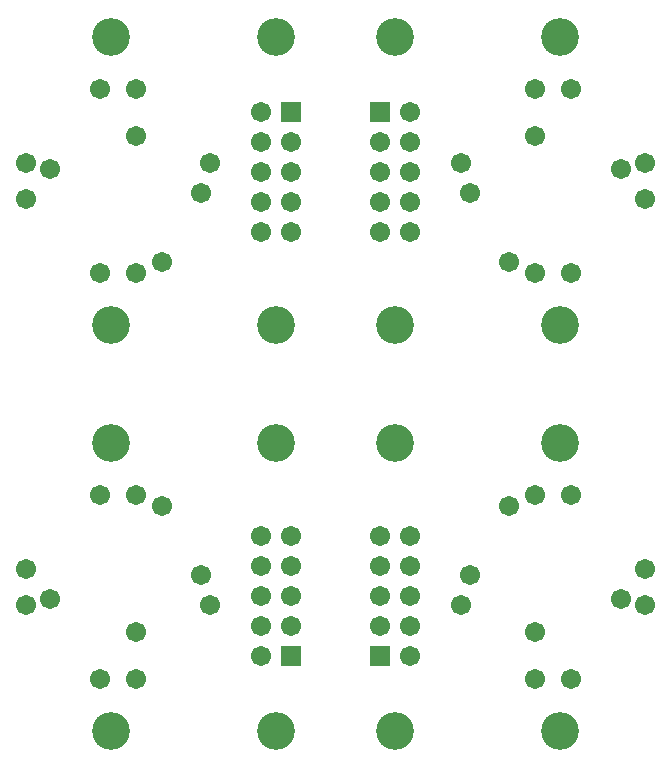
<source format=gts>
G04*
G04 #@! TF.GenerationSoftware,Altium Limited,Altium Designer,18.1.11 (251)*
G04*
G04 Layer_Color=8388736*
%FSLAX25Y25*%
%MOIN*%
G70*
G01*
G75*
%ADD14C,0.04737*%
%ADD15C,0.12611*%
%ADD16C,0.06706*%
%ADD17R,0.06706X0.06706*%
D14*
X137806Y287850D02*
D03*
X270877Y287845D02*
D03*
X137800Y122650D02*
D03*
X270871Y122645D02*
D03*
X137806Y287850D02*
D03*
X270877Y287845D02*
D03*
X137800Y122650D02*
D03*
X270871Y122645D02*
D03*
D15*
X184654Y224933D02*
D03*
X129536Y224935D02*
D03*
X184658Y320842D02*
D03*
X129540Y320844D02*
D03*
X224028Y320840D02*
D03*
X224024Y224932D02*
D03*
X279142Y224930D02*
D03*
X279146Y320838D02*
D03*
X279141Y185559D02*
D03*
X129534Y185565D02*
D03*
X184649Y89654D02*
D03*
X279137Y89651D02*
D03*
X224019Y89653D02*
D03*
X129531Y89656D02*
D03*
X184653Y185563D02*
D03*
X224023Y185562D02*
D03*
X184654Y224933D02*
D03*
X129536Y224935D02*
D03*
X184658Y320842D02*
D03*
X129540Y320844D02*
D03*
X279146Y320838D02*
D03*
X279142Y224930D02*
D03*
X224024Y224932D02*
D03*
X224028Y320840D02*
D03*
X279141Y185560D02*
D03*
X129535Y185565D02*
D03*
X184649Y89654D02*
D03*
X279137Y89651D02*
D03*
X224019Y89653D02*
D03*
X129531Y89656D02*
D03*
X184653Y185563D02*
D03*
X224023Y185562D02*
D03*
D16*
X229028Y265842D02*
D03*
X219028D02*
D03*
X229028Y275842D02*
D03*
X219028D02*
D03*
X229028Y285842D02*
D03*
X219028D02*
D03*
X229028Y295842D02*
D03*
X219028Y255842D02*
D03*
X229028D02*
D03*
X179658D02*
D03*
X189658D02*
D03*
X179658Y295842D02*
D03*
X189658Y285842D02*
D03*
X179658D02*
D03*
X189658Y275842D02*
D03*
X179658D02*
D03*
X189658Y265842D02*
D03*
X179658D02*
D03*
X229028Y154654D02*
D03*
X219028D02*
D03*
X229028Y114654D02*
D03*
X219028Y124654D02*
D03*
X229028D02*
D03*
X219028Y134654D02*
D03*
X229028D02*
D03*
X219028Y144654D02*
D03*
X229028D02*
D03*
X270871Y122645D02*
D03*
Y106897D02*
D03*
X282682D02*
D03*
X307485Y131700D02*
D03*
X299532Y133668D02*
D03*
X307485Y143511D02*
D03*
X282682Y168314D02*
D03*
X270871D02*
D03*
X262013Y164613D02*
D03*
X249296Y141543D02*
D03*
X246068Y131700D02*
D03*
X137806Y287850D02*
D03*
Y303598D02*
D03*
X125995D02*
D03*
X101192Y278795D02*
D03*
X109145Y276826D02*
D03*
X101192Y266984D02*
D03*
X125995Y242180D02*
D03*
X137806D02*
D03*
X146664Y245881D02*
D03*
X159381Y268952D02*
D03*
X162609Y278795D02*
D03*
X270877Y287845D02*
D03*
Y303593D02*
D03*
X282688D02*
D03*
X307491Y278790D02*
D03*
X299538Y276821D02*
D03*
X307491Y266979D02*
D03*
X282688Y242176D02*
D03*
X270877D02*
D03*
X262019Y245876D02*
D03*
X249302Y268947D02*
D03*
X246074Y278790D02*
D03*
X137800Y122650D02*
D03*
Y106902D02*
D03*
X125989D02*
D03*
X101186Y131705D02*
D03*
X109139Y133673D02*
D03*
X101186Y143516D02*
D03*
X125989Y168319D02*
D03*
X137800D02*
D03*
X146658Y164618D02*
D03*
X159375Y141547D02*
D03*
X162603Y131705D02*
D03*
X179658Y154654D02*
D03*
X189658D02*
D03*
X179658Y114654D02*
D03*
X189658Y124654D02*
D03*
X179658D02*
D03*
X189658Y134654D02*
D03*
X179658D02*
D03*
X189658Y144654D02*
D03*
X179658D02*
D03*
D17*
X219028Y295842D02*
D03*
X189658D02*
D03*
X219028Y114654D02*
D03*
X189658D02*
D03*
M02*

</source>
